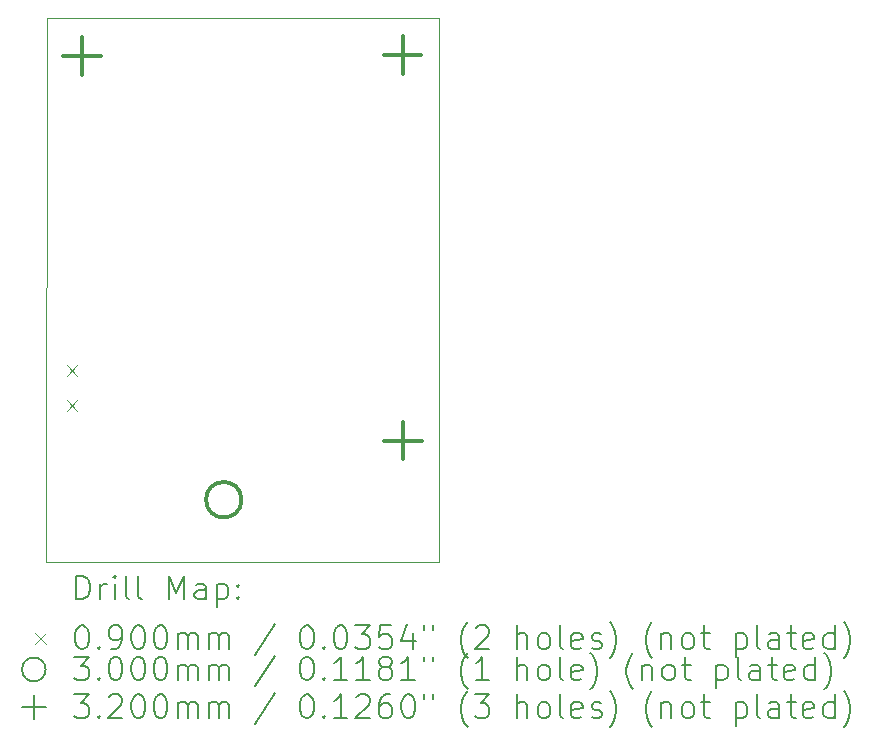
<source format=gbr>
%TF.GenerationSoftware,KiCad,Pcbnew,7.0.10-7.0.10~ubuntu22.04.1*%
%TF.CreationDate,2024-01-30T00:04:13+01:00*%
%TF.ProjectId,MailBox_LP_Notifier,4d61696c-426f-4785-9f4c-505f4e6f7469,rev?*%
%TF.SameCoordinates,Original*%
%TF.FileFunction,Drillmap*%
%TF.FilePolarity,Positive*%
%FSLAX45Y45*%
G04 Gerber Fmt 4.5, Leading zero omitted, Abs format (unit mm)*
G04 Created by KiCad (PCBNEW 7.0.10-7.0.10~ubuntu22.04.1) date 2024-01-30 00:04:13*
%MOMM*%
%LPD*%
G01*
G04 APERTURE LIST*
%ADD10C,0.100000*%
%ADD11C,0.200000*%
%ADD12C,0.300000*%
%ADD13C,0.320000*%
G04 APERTURE END LIST*
D10*
X11772900Y-10147300D02*
X11777980Y-5542280D01*
X15095220Y-5542280D02*
X15097760Y-10147300D01*
X11777980Y-5542280D02*
X15095220Y-5542280D01*
X15097760Y-10147300D02*
X11772900Y-10147300D01*
D11*
D10*
X11945600Y-8479100D02*
X12035600Y-8569100D01*
X12035600Y-8479100D02*
X11945600Y-8569100D01*
X11945600Y-8779100D02*
X12035600Y-8869100D01*
X12035600Y-8779100D02*
X11945600Y-8869100D01*
D12*
X13426580Y-9619180D02*
G75*
G03*
X13126580Y-9619180I-150000J0D01*
G01*
X13126580Y-9619180D02*
G75*
G03*
X13426580Y-9619180I150000J0D01*
G01*
D13*
X12075160Y-5702320D02*
X12075160Y-6022320D01*
X11915160Y-5862320D02*
X12235160Y-5862320D01*
X14790420Y-5692160D02*
X14790420Y-6012160D01*
X14630420Y-5852160D02*
X14950420Y-5852160D01*
X14795500Y-8958600D02*
X14795500Y-9278600D01*
X14635500Y-9118600D02*
X14955500Y-9118600D01*
D11*
X12028677Y-10463784D02*
X12028677Y-10263784D01*
X12028677Y-10263784D02*
X12076296Y-10263784D01*
X12076296Y-10263784D02*
X12104867Y-10273308D01*
X12104867Y-10273308D02*
X12123915Y-10292355D01*
X12123915Y-10292355D02*
X12133439Y-10311403D01*
X12133439Y-10311403D02*
X12142962Y-10349498D01*
X12142962Y-10349498D02*
X12142962Y-10378070D01*
X12142962Y-10378070D02*
X12133439Y-10416165D01*
X12133439Y-10416165D02*
X12123915Y-10435212D01*
X12123915Y-10435212D02*
X12104867Y-10454260D01*
X12104867Y-10454260D02*
X12076296Y-10463784D01*
X12076296Y-10463784D02*
X12028677Y-10463784D01*
X12228677Y-10463784D02*
X12228677Y-10330450D01*
X12228677Y-10368546D02*
X12238201Y-10349498D01*
X12238201Y-10349498D02*
X12247724Y-10339974D01*
X12247724Y-10339974D02*
X12266772Y-10330450D01*
X12266772Y-10330450D02*
X12285820Y-10330450D01*
X12352486Y-10463784D02*
X12352486Y-10330450D01*
X12352486Y-10263784D02*
X12342962Y-10273308D01*
X12342962Y-10273308D02*
X12352486Y-10282831D01*
X12352486Y-10282831D02*
X12362010Y-10273308D01*
X12362010Y-10273308D02*
X12352486Y-10263784D01*
X12352486Y-10263784D02*
X12352486Y-10282831D01*
X12476296Y-10463784D02*
X12457248Y-10454260D01*
X12457248Y-10454260D02*
X12447724Y-10435212D01*
X12447724Y-10435212D02*
X12447724Y-10263784D01*
X12581058Y-10463784D02*
X12562010Y-10454260D01*
X12562010Y-10454260D02*
X12552486Y-10435212D01*
X12552486Y-10435212D02*
X12552486Y-10263784D01*
X12809629Y-10463784D02*
X12809629Y-10263784D01*
X12809629Y-10263784D02*
X12876296Y-10406641D01*
X12876296Y-10406641D02*
X12942962Y-10263784D01*
X12942962Y-10263784D02*
X12942962Y-10463784D01*
X13123915Y-10463784D02*
X13123915Y-10359022D01*
X13123915Y-10359022D02*
X13114391Y-10339974D01*
X13114391Y-10339974D02*
X13095343Y-10330450D01*
X13095343Y-10330450D02*
X13057248Y-10330450D01*
X13057248Y-10330450D02*
X13038201Y-10339974D01*
X13123915Y-10454260D02*
X13104867Y-10463784D01*
X13104867Y-10463784D02*
X13057248Y-10463784D01*
X13057248Y-10463784D02*
X13038201Y-10454260D01*
X13038201Y-10454260D02*
X13028677Y-10435212D01*
X13028677Y-10435212D02*
X13028677Y-10416165D01*
X13028677Y-10416165D02*
X13038201Y-10397117D01*
X13038201Y-10397117D02*
X13057248Y-10387593D01*
X13057248Y-10387593D02*
X13104867Y-10387593D01*
X13104867Y-10387593D02*
X13123915Y-10378070D01*
X13219153Y-10330450D02*
X13219153Y-10530450D01*
X13219153Y-10339974D02*
X13238201Y-10330450D01*
X13238201Y-10330450D02*
X13276296Y-10330450D01*
X13276296Y-10330450D02*
X13295343Y-10339974D01*
X13295343Y-10339974D02*
X13304867Y-10349498D01*
X13304867Y-10349498D02*
X13314391Y-10368546D01*
X13314391Y-10368546D02*
X13314391Y-10425689D01*
X13314391Y-10425689D02*
X13304867Y-10444736D01*
X13304867Y-10444736D02*
X13295343Y-10454260D01*
X13295343Y-10454260D02*
X13276296Y-10463784D01*
X13276296Y-10463784D02*
X13238201Y-10463784D01*
X13238201Y-10463784D02*
X13219153Y-10454260D01*
X13400105Y-10444736D02*
X13409629Y-10454260D01*
X13409629Y-10454260D02*
X13400105Y-10463784D01*
X13400105Y-10463784D02*
X13390582Y-10454260D01*
X13390582Y-10454260D02*
X13400105Y-10444736D01*
X13400105Y-10444736D02*
X13400105Y-10463784D01*
X13400105Y-10339974D02*
X13409629Y-10349498D01*
X13409629Y-10349498D02*
X13400105Y-10359022D01*
X13400105Y-10359022D02*
X13390582Y-10349498D01*
X13390582Y-10349498D02*
X13400105Y-10339974D01*
X13400105Y-10339974D02*
X13400105Y-10359022D01*
D10*
X11677900Y-10747300D02*
X11767900Y-10837300D01*
X11767900Y-10747300D02*
X11677900Y-10837300D01*
D11*
X12066772Y-10683784D02*
X12085820Y-10683784D01*
X12085820Y-10683784D02*
X12104867Y-10693308D01*
X12104867Y-10693308D02*
X12114391Y-10702831D01*
X12114391Y-10702831D02*
X12123915Y-10721879D01*
X12123915Y-10721879D02*
X12133439Y-10759974D01*
X12133439Y-10759974D02*
X12133439Y-10807593D01*
X12133439Y-10807593D02*
X12123915Y-10845689D01*
X12123915Y-10845689D02*
X12114391Y-10864736D01*
X12114391Y-10864736D02*
X12104867Y-10874260D01*
X12104867Y-10874260D02*
X12085820Y-10883784D01*
X12085820Y-10883784D02*
X12066772Y-10883784D01*
X12066772Y-10883784D02*
X12047724Y-10874260D01*
X12047724Y-10874260D02*
X12038201Y-10864736D01*
X12038201Y-10864736D02*
X12028677Y-10845689D01*
X12028677Y-10845689D02*
X12019153Y-10807593D01*
X12019153Y-10807593D02*
X12019153Y-10759974D01*
X12019153Y-10759974D02*
X12028677Y-10721879D01*
X12028677Y-10721879D02*
X12038201Y-10702831D01*
X12038201Y-10702831D02*
X12047724Y-10693308D01*
X12047724Y-10693308D02*
X12066772Y-10683784D01*
X12219153Y-10864736D02*
X12228677Y-10874260D01*
X12228677Y-10874260D02*
X12219153Y-10883784D01*
X12219153Y-10883784D02*
X12209629Y-10874260D01*
X12209629Y-10874260D02*
X12219153Y-10864736D01*
X12219153Y-10864736D02*
X12219153Y-10883784D01*
X12323915Y-10883784D02*
X12362010Y-10883784D01*
X12362010Y-10883784D02*
X12381058Y-10874260D01*
X12381058Y-10874260D02*
X12390582Y-10864736D01*
X12390582Y-10864736D02*
X12409629Y-10836165D01*
X12409629Y-10836165D02*
X12419153Y-10798070D01*
X12419153Y-10798070D02*
X12419153Y-10721879D01*
X12419153Y-10721879D02*
X12409629Y-10702831D01*
X12409629Y-10702831D02*
X12400105Y-10693308D01*
X12400105Y-10693308D02*
X12381058Y-10683784D01*
X12381058Y-10683784D02*
X12342962Y-10683784D01*
X12342962Y-10683784D02*
X12323915Y-10693308D01*
X12323915Y-10693308D02*
X12314391Y-10702831D01*
X12314391Y-10702831D02*
X12304867Y-10721879D01*
X12304867Y-10721879D02*
X12304867Y-10769498D01*
X12304867Y-10769498D02*
X12314391Y-10788546D01*
X12314391Y-10788546D02*
X12323915Y-10798070D01*
X12323915Y-10798070D02*
X12342962Y-10807593D01*
X12342962Y-10807593D02*
X12381058Y-10807593D01*
X12381058Y-10807593D02*
X12400105Y-10798070D01*
X12400105Y-10798070D02*
X12409629Y-10788546D01*
X12409629Y-10788546D02*
X12419153Y-10769498D01*
X12542962Y-10683784D02*
X12562010Y-10683784D01*
X12562010Y-10683784D02*
X12581058Y-10693308D01*
X12581058Y-10693308D02*
X12590582Y-10702831D01*
X12590582Y-10702831D02*
X12600105Y-10721879D01*
X12600105Y-10721879D02*
X12609629Y-10759974D01*
X12609629Y-10759974D02*
X12609629Y-10807593D01*
X12609629Y-10807593D02*
X12600105Y-10845689D01*
X12600105Y-10845689D02*
X12590582Y-10864736D01*
X12590582Y-10864736D02*
X12581058Y-10874260D01*
X12581058Y-10874260D02*
X12562010Y-10883784D01*
X12562010Y-10883784D02*
X12542962Y-10883784D01*
X12542962Y-10883784D02*
X12523915Y-10874260D01*
X12523915Y-10874260D02*
X12514391Y-10864736D01*
X12514391Y-10864736D02*
X12504867Y-10845689D01*
X12504867Y-10845689D02*
X12495343Y-10807593D01*
X12495343Y-10807593D02*
X12495343Y-10759974D01*
X12495343Y-10759974D02*
X12504867Y-10721879D01*
X12504867Y-10721879D02*
X12514391Y-10702831D01*
X12514391Y-10702831D02*
X12523915Y-10693308D01*
X12523915Y-10693308D02*
X12542962Y-10683784D01*
X12733439Y-10683784D02*
X12752486Y-10683784D01*
X12752486Y-10683784D02*
X12771534Y-10693308D01*
X12771534Y-10693308D02*
X12781058Y-10702831D01*
X12781058Y-10702831D02*
X12790582Y-10721879D01*
X12790582Y-10721879D02*
X12800105Y-10759974D01*
X12800105Y-10759974D02*
X12800105Y-10807593D01*
X12800105Y-10807593D02*
X12790582Y-10845689D01*
X12790582Y-10845689D02*
X12781058Y-10864736D01*
X12781058Y-10864736D02*
X12771534Y-10874260D01*
X12771534Y-10874260D02*
X12752486Y-10883784D01*
X12752486Y-10883784D02*
X12733439Y-10883784D01*
X12733439Y-10883784D02*
X12714391Y-10874260D01*
X12714391Y-10874260D02*
X12704867Y-10864736D01*
X12704867Y-10864736D02*
X12695343Y-10845689D01*
X12695343Y-10845689D02*
X12685820Y-10807593D01*
X12685820Y-10807593D02*
X12685820Y-10759974D01*
X12685820Y-10759974D02*
X12695343Y-10721879D01*
X12695343Y-10721879D02*
X12704867Y-10702831D01*
X12704867Y-10702831D02*
X12714391Y-10693308D01*
X12714391Y-10693308D02*
X12733439Y-10683784D01*
X12885820Y-10883784D02*
X12885820Y-10750450D01*
X12885820Y-10769498D02*
X12895343Y-10759974D01*
X12895343Y-10759974D02*
X12914391Y-10750450D01*
X12914391Y-10750450D02*
X12942963Y-10750450D01*
X12942963Y-10750450D02*
X12962010Y-10759974D01*
X12962010Y-10759974D02*
X12971534Y-10779022D01*
X12971534Y-10779022D02*
X12971534Y-10883784D01*
X12971534Y-10779022D02*
X12981058Y-10759974D01*
X12981058Y-10759974D02*
X13000105Y-10750450D01*
X13000105Y-10750450D02*
X13028677Y-10750450D01*
X13028677Y-10750450D02*
X13047724Y-10759974D01*
X13047724Y-10759974D02*
X13057248Y-10779022D01*
X13057248Y-10779022D02*
X13057248Y-10883784D01*
X13152486Y-10883784D02*
X13152486Y-10750450D01*
X13152486Y-10769498D02*
X13162010Y-10759974D01*
X13162010Y-10759974D02*
X13181058Y-10750450D01*
X13181058Y-10750450D02*
X13209629Y-10750450D01*
X13209629Y-10750450D02*
X13228677Y-10759974D01*
X13228677Y-10759974D02*
X13238201Y-10779022D01*
X13238201Y-10779022D02*
X13238201Y-10883784D01*
X13238201Y-10779022D02*
X13247724Y-10759974D01*
X13247724Y-10759974D02*
X13266772Y-10750450D01*
X13266772Y-10750450D02*
X13295343Y-10750450D01*
X13295343Y-10750450D02*
X13314391Y-10759974D01*
X13314391Y-10759974D02*
X13323915Y-10779022D01*
X13323915Y-10779022D02*
X13323915Y-10883784D01*
X13714391Y-10674260D02*
X13542963Y-10931403D01*
X13971534Y-10683784D02*
X13990582Y-10683784D01*
X13990582Y-10683784D02*
X14009629Y-10693308D01*
X14009629Y-10693308D02*
X14019153Y-10702831D01*
X14019153Y-10702831D02*
X14028677Y-10721879D01*
X14028677Y-10721879D02*
X14038201Y-10759974D01*
X14038201Y-10759974D02*
X14038201Y-10807593D01*
X14038201Y-10807593D02*
X14028677Y-10845689D01*
X14028677Y-10845689D02*
X14019153Y-10864736D01*
X14019153Y-10864736D02*
X14009629Y-10874260D01*
X14009629Y-10874260D02*
X13990582Y-10883784D01*
X13990582Y-10883784D02*
X13971534Y-10883784D01*
X13971534Y-10883784D02*
X13952486Y-10874260D01*
X13952486Y-10874260D02*
X13942963Y-10864736D01*
X13942963Y-10864736D02*
X13933439Y-10845689D01*
X13933439Y-10845689D02*
X13923915Y-10807593D01*
X13923915Y-10807593D02*
X13923915Y-10759974D01*
X13923915Y-10759974D02*
X13933439Y-10721879D01*
X13933439Y-10721879D02*
X13942963Y-10702831D01*
X13942963Y-10702831D02*
X13952486Y-10693308D01*
X13952486Y-10693308D02*
X13971534Y-10683784D01*
X14123915Y-10864736D02*
X14133439Y-10874260D01*
X14133439Y-10874260D02*
X14123915Y-10883784D01*
X14123915Y-10883784D02*
X14114391Y-10874260D01*
X14114391Y-10874260D02*
X14123915Y-10864736D01*
X14123915Y-10864736D02*
X14123915Y-10883784D01*
X14257248Y-10683784D02*
X14276296Y-10683784D01*
X14276296Y-10683784D02*
X14295344Y-10693308D01*
X14295344Y-10693308D02*
X14304867Y-10702831D01*
X14304867Y-10702831D02*
X14314391Y-10721879D01*
X14314391Y-10721879D02*
X14323915Y-10759974D01*
X14323915Y-10759974D02*
X14323915Y-10807593D01*
X14323915Y-10807593D02*
X14314391Y-10845689D01*
X14314391Y-10845689D02*
X14304867Y-10864736D01*
X14304867Y-10864736D02*
X14295344Y-10874260D01*
X14295344Y-10874260D02*
X14276296Y-10883784D01*
X14276296Y-10883784D02*
X14257248Y-10883784D01*
X14257248Y-10883784D02*
X14238201Y-10874260D01*
X14238201Y-10874260D02*
X14228677Y-10864736D01*
X14228677Y-10864736D02*
X14219153Y-10845689D01*
X14219153Y-10845689D02*
X14209629Y-10807593D01*
X14209629Y-10807593D02*
X14209629Y-10759974D01*
X14209629Y-10759974D02*
X14219153Y-10721879D01*
X14219153Y-10721879D02*
X14228677Y-10702831D01*
X14228677Y-10702831D02*
X14238201Y-10693308D01*
X14238201Y-10693308D02*
X14257248Y-10683784D01*
X14390582Y-10683784D02*
X14514391Y-10683784D01*
X14514391Y-10683784D02*
X14447725Y-10759974D01*
X14447725Y-10759974D02*
X14476296Y-10759974D01*
X14476296Y-10759974D02*
X14495344Y-10769498D01*
X14495344Y-10769498D02*
X14504867Y-10779022D01*
X14504867Y-10779022D02*
X14514391Y-10798070D01*
X14514391Y-10798070D02*
X14514391Y-10845689D01*
X14514391Y-10845689D02*
X14504867Y-10864736D01*
X14504867Y-10864736D02*
X14495344Y-10874260D01*
X14495344Y-10874260D02*
X14476296Y-10883784D01*
X14476296Y-10883784D02*
X14419153Y-10883784D01*
X14419153Y-10883784D02*
X14400106Y-10874260D01*
X14400106Y-10874260D02*
X14390582Y-10864736D01*
X14695344Y-10683784D02*
X14600106Y-10683784D01*
X14600106Y-10683784D02*
X14590582Y-10779022D01*
X14590582Y-10779022D02*
X14600106Y-10769498D01*
X14600106Y-10769498D02*
X14619153Y-10759974D01*
X14619153Y-10759974D02*
X14666772Y-10759974D01*
X14666772Y-10759974D02*
X14685820Y-10769498D01*
X14685820Y-10769498D02*
X14695344Y-10779022D01*
X14695344Y-10779022D02*
X14704867Y-10798070D01*
X14704867Y-10798070D02*
X14704867Y-10845689D01*
X14704867Y-10845689D02*
X14695344Y-10864736D01*
X14695344Y-10864736D02*
X14685820Y-10874260D01*
X14685820Y-10874260D02*
X14666772Y-10883784D01*
X14666772Y-10883784D02*
X14619153Y-10883784D01*
X14619153Y-10883784D02*
X14600106Y-10874260D01*
X14600106Y-10874260D02*
X14590582Y-10864736D01*
X14876296Y-10750450D02*
X14876296Y-10883784D01*
X14828677Y-10674260D02*
X14781058Y-10817117D01*
X14781058Y-10817117D02*
X14904867Y-10817117D01*
X14971534Y-10683784D02*
X14971534Y-10721879D01*
X15047725Y-10683784D02*
X15047725Y-10721879D01*
X15342963Y-10959974D02*
X15333439Y-10950450D01*
X15333439Y-10950450D02*
X15314391Y-10921879D01*
X15314391Y-10921879D02*
X15304868Y-10902831D01*
X15304868Y-10902831D02*
X15295344Y-10874260D01*
X15295344Y-10874260D02*
X15285820Y-10826641D01*
X15285820Y-10826641D02*
X15285820Y-10788546D01*
X15285820Y-10788546D02*
X15295344Y-10740927D01*
X15295344Y-10740927D02*
X15304868Y-10712355D01*
X15304868Y-10712355D02*
X15314391Y-10693308D01*
X15314391Y-10693308D02*
X15333439Y-10664736D01*
X15333439Y-10664736D02*
X15342963Y-10655212D01*
X15409629Y-10702831D02*
X15419153Y-10693308D01*
X15419153Y-10693308D02*
X15438201Y-10683784D01*
X15438201Y-10683784D02*
X15485820Y-10683784D01*
X15485820Y-10683784D02*
X15504868Y-10693308D01*
X15504868Y-10693308D02*
X15514391Y-10702831D01*
X15514391Y-10702831D02*
X15523915Y-10721879D01*
X15523915Y-10721879D02*
X15523915Y-10740927D01*
X15523915Y-10740927D02*
X15514391Y-10769498D01*
X15514391Y-10769498D02*
X15400106Y-10883784D01*
X15400106Y-10883784D02*
X15523915Y-10883784D01*
X15762010Y-10883784D02*
X15762010Y-10683784D01*
X15847725Y-10883784D02*
X15847725Y-10779022D01*
X15847725Y-10779022D02*
X15838201Y-10759974D01*
X15838201Y-10759974D02*
X15819153Y-10750450D01*
X15819153Y-10750450D02*
X15790582Y-10750450D01*
X15790582Y-10750450D02*
X15771534Y-10759974D01*
X15771534Y-10759974D02*
X15762010Y-10769498D01*
X15971534Y-10883784D02*
X15952487Y-10874260D01*
X15952487Y-10874260D02*
X15942963Y-10864736D01*
X15942963Y-10864736D02*
X15933439Y-10845689D01*
X15933439Y-10845689D02*
X15933439Y-10788546D01*
X15933439Y-10788546D02*
X15942963Y-10769498D01*
X15942963Y-10769498D02*
X15952487Y-10759974D01*
X15952487Y-10759974D02*
X15971534Y-10750450D01*
X15971534Y-10750450D02*
X16000106Y-10750450D01*
X16000106Y-10750450D02*
X16019153Y-10759974D01*
X16019153Y-10759974D02*
X16028677Y-10769498D01*
X16028677Y-10769498D02*
X16038201Y-10788546D01*
X16038201Y-10788546D02*
X16038201Y-10845689D01*
X16038201Y-10845689D02*
X16028677Y-10864736D01*
X16028677Y-10864736D02*
X16019153Y-10874260D01*
X16019153Y-10874260D02*
X16000106Y-10883784D01*
X16000106Y-10883784D02*
X15971534Y-10883784D01*
X16152487Y-10883784D02*
X16133439Y-10874260D01*
X16133439Y-10874260D02*
X16123915Y-10855212D01*
X16123915Y-10855212D02*
X16123915Y-10683784D01*
X16304868Y-10874260D02*
X16285820Y-10883784D01*
X16285820Y-10883784D02*
X16247725Y-10883784D01*
X16247725Y-10883784D02*
X16228677Y-10874260D01*
X16228677Y-10874260D02*
X16219153Y-10855212D01*
X16219153Y-10855212D02*
X16219153Y-10779022D01*
X16219153Y-10779022D02*
X16228677Y-10759974D01*
X16228677Y-10759974D02*
X16247725Y-10750450D01*
X16247725Y-10750450D02*
X16285820Y-10750450D01*
X16285820Y-10750450D02*
X16304868Y-10759974D01*
X16304868Y-10759974D02*
X16314391Y-10779022D01*
X16314391Y-10779022D02*
X16314391Y-10798070D01*
X16314391Y-10798070D02*
X16219153Y-10817117D01*
X16390582Y-10874260D02*
X16409630Y-10883784D01*
X16409630Y-10883784D02*
X16447725Y-10883784D01*
X16447725Y-10883784D02*
X16466772Y-10874260D01*
X16466772Y-10874260D02*
X16476296Y-10855212D01*
X16476296Y-10855212D02*
X16476296Y-10845689D01*
X16476296Y-10845689D02*
X16466772Y-10826641D01*
X16466772Y-10826641D02*
X16447725Y-10817117D01*
X16447725Y-10817117D02*
X16419153Y-10817117D01*
X16419153Y-10817117D02*
X16400106Y-10807593D01*
X16400106Y-10807593D02*
X16390582Y-10788546D01*
X16390582Y-10788546D02*
X16390582Y-10779022D01*
X16390582Y-10779022D02*
X16400106Y-10759974D01*
X16400106Y-10759974D02*
X16419153Y-10750450D01*
X16419153Y-10750450D02*
X16447725Y-10750450D01*
X16447725Y-10750450D02*
X16466772Y-10759974D01*
X16542963Y-10959974D02*
X16552487Y-10950450D01*
X16552487Y-10950450D02*
X16571534Y-10921879D01*
X16571534Y-10921879D02*
X16581058Y-10902831D01*
X16581058Y-10902831D02*
X16590582Y-10874260D01*
X16590582Y-10874260D02*
X16600106Y-10826641D01*
X16600106Y-10826641D02*
X16600106Y-10788546D01*
X16600106Y-10788546D02*
X16590582Y-10740927D01*
X16590582Y-10740927D02*
X16581058Y-10712355D01*
X16581058Y-10712355D02*
X16571534Y-10693308D01*
X16571534Y-10693308D02*
X16552487Y-10664736D01*
X16552487Y-10664736D02*
X16542963Y-10655212D01*
X16904868Y-10959974D02*
X16895344Y-10950450D01*
X16895344Y-10950450D02*
X16876296Y-10921879D01*
X16876296Y-10921879D02*
X16866773Y-10902831D01*
X16866773Y-10902831D02*
X16857249Y-10874260D01*
X16857249Y-10874260D02*
X16847725Y-10826641D01*
X16847725Y-10826641D02*
X16847725Y-10788546D01*
X16847725Y-10788546D02*
X16857249Y-10740927D01*
X16857249Y-10740927D02*
X16866773Y-10712355D01*
X16866773Y-10712355D02*
X16876296Y-10693308D01*
X16876296Y-10693308D02*
X16895344Y-10664736D01*
X16895344Y-10664736D02*
X16904868Y-10655212D01*
X16981058Y-10750450D02*
X16981058Y-10883784D01*
X16981058Y-10769498D02*
X16990582Y-10759974D01*
X16990582Y-10759974D02*
X17009630Y-10750450D01*
X17009630Y-10750450D02*
X17038201Y-10750450D01*
X17038201Y-10750450D02*
X17057249Y-10759974D01*
X17057249Y-10759974D02*
X17066773Y-10779022D01*
X17066773Y-10779022D02*
X17066773Y-10883784D01*
X17190582Y-10883784D02*
X17171534Y-10874260D01*
X17171534Y-10874260D02*
X17162011Y-10864736D01*
X17162011Y-10864736D02*
X17152487Y-10845689D01*
X17152487Y-10845689D02*
X17152487Y-10788546D01*
X17152487Y-10788546D02*
X17162011Y-10769498D01*
X17162011Y-10769498D02*
X17171534Y-10759974D01*
X17171534Y-10759974D02*
X17190582Y-10750450D01*
X17190582Y-10750450D02*
X17219154Y-10750450D01*
X17219154Y-10750450D02*
X17238201Y-10759974D01*
X17238201Y-10759974D02*
X17247725Y-10769498D01*
X17247725Y-10769498D02*
X17257249Y-10788546D01*
X17257249Y-10788546D02*
X17257249Y-10845689D01*
X17257249Y-10845689D02*
X17247725Y-10864736D01*
X17247725Y-10864736D02*
X17238201Y-10874260D01*
X17238201Y-10874260D02*
X17219154Y-10883784D01*
X17219154Y-10883784D02*
X17190582Y-10883784D01*
X17314392Y-10750450D02*
X17390582Y-10750450D01*
X17342963Y-10683784D02*
X17342963Y-10855212D01*
X17342963Y-10855212D02*
X17352487Y-10874260D01*
X17352487Y-10874260D02*
X17371534Y-10883784D01*
X17371534Y-10883784D02*
X17390582Y-10883784D01*
X17609630Y-10750450D02*
X17609630Y-10950450D01*
X17609630Y-10759974D02*
X17628677Y-10750450D01*
X17628677Y-10750450D02*
X17666773Y-10750450D01*
X17666773Y-10750450D02*
X17685820Y-10759974D01*
X17685820Y-10759974D02*
X17695344Y-10769498D01*
X17695344Y-10769498D02*
X17704868Y-10788546D01*
X17704868Y-10788546D02*
X17704868Y-10845689D01*
X17704868Y-10845689D02*
X17695344Y-10864736D01*
X17695344Y-10864736D02*
X17685820Y-10874260D01*
X17685820Y-10874260D02*
X17666773Y-10883784D01*
X17666773Y-10883784D02*
X17628677Y-10883784D01*
X17628677Y-10883784D02*
X17609630Y-10874260D01*
X17819154Y-10883784D02*
X17800106Y-10874260D01*
X17800106Y-10874260D02*
X17790582Y-10855212D01*
X17790582Y-10855212D02*
X17790582Y-10683784D01*
X17981058Y-10883784D02*
X17981058Y-10779022D01*
X17981058Y-10779022D02*
X17971535Y-10759974D01*
X17971535Y-10759974D02*
X17952487Y-10750450D01*
X17952487Y-10750450D02*
X17914392Y-10750450D01*
X17914392Y-10750450D02*
X17895344Y-10759974D01*
X17981058Y-10874260D02*
X17962011Y-10883784D01*
X17962011Y-10883784D02*
X17914392Y-10883784D01*
X17914392Y-10883784D02*
X17895344Y-10874260D01*
X17895344Y-10874260D02*
X17885820Y-10855212D01*
X17885820Y-10855212D02*
X17885820Y-10836165D01*
X17885820Y-10836165D02*
X17895344Y-10817117D01*
X17895344Y-10817117D02*
X17914392Y-10807593D01*
X17914392Y-10807593D02*
X17962011Y-10807593D01*
X17962011Y-10807593D02*
X17981058Y-10798070D01*
X18047725Y-10750450D02*
X18123915Y-10750450D01*
X18076296Y-10683784D02*
X18076296Y-10855212D01*
X18076296Y-10855212D02*
X18085820Y-10874260D01*
X18085820Y-10874260D02*
X18104868Y-10883784D01*
X18104868Y-10883784D02*
X18123915Y-10883784D01*
X18266773Y-10874260D02*
X18247725Y-10883784D01*
X18247725Y-10883784D02*
X18209630Y-10883784D01*
X18209630Y-10883784D02*
X18190582Y-10874260D01*
X18190582Y-10874260D02*
X18181058Y-10855212D01*
X18181058Y-10855212D02*
X18181058Y-10779022D01*
X18181058Y-10779022D02*
X18190582Y-10759974D01*
X18190582Y-10759974D02*
X18209630Y-10750450D01*
X18209630Y-10750450D02*
X18247725Y-10750450D01*
X18247725Y-10750450D02*
X18266773Y-10759974D01*
X18266773Y-10759974D02*
X18276296Y-10779022D01*
X18276296Y-10779022D02*
X18276296Y-10798070D01*
X18276296Y-10798070D02*
X18181058Y-10817117D01*
X18447725Y-10883784D02*
X18447725Y-10683784D01*
X18447725Y-10874260D02*
X18428677Y-10883784D01*
X18428677Y-10883784D02*
X18390582Y-10883784D01*
X18390582Y-10883784D02*
X18371535Y-10874260D01*
X18371535Y-10874260D02*
X18362011Y-10864736D01*
X18362011Y-10864736D02*
X18352487Y-10845689D01*
X18352487Y-10845689D02*
X18352487Y-10788546D01*
X18352487Y-10788546D02*
X18362011Y-10769498D01*
X18362011Y-10769498D02*
X18371535Y-10759974D01*
X18371535Y-10759974D02*
X18390582Y-10750450D01*
X18390582Y-10750450D02*
X18428677Y-10750450D01*
X18428677Y-10750450D02*
X18447725Y-10759974D01*
X18523916Y-10959974D02*
X18533439Y-10950450D01*
X18533439Y-10950450D02*
X18552487Y-10921879D01*
X18552487Y-10921879D02*
X18562011Y-10902831D01*
X18562011Y-10902831D02*
X18571535Y-10874260D01*
X18571535Y-10874260D02*
X18581058Y-10826641D01*
X18581058Y-10826641D02*
X18581058Y-10788546D01*
X18581058Y-10788546D02*
X18571535Y-10740927D01*
X18571535Y-10740927D02*
X18562011Y-10712355D01*
X18562011Y-10712355D02*
X18552487Y-10693308D01*
X18552487Y-10693308D02*
X18533439Y-10664736D01*
X18533439Y-10664736D02*
X18523916Y-10655212D01*
X11767900Y-11056300D02*
G75*
G03*
X11567900Y-11056300I-100000J0D01*
G01*
X11567900Y-11056300D02*
G75*
G03*
X11767900Y-11056300I100000J0D01*
G01*
X12009629Y-10947784D02*
X12133439Y-10947784D01*
X12133439Y-10947784D02*
X12066772Y-11023974D01*
X12066772Y-11023974D02*
X12095343Y-11023974D01*
X12095343Y-11023974D02*
X12114391Y-11033498D01*
X12114391Y-11033498D02*
X12123915Y-11043022D01*
X12123915Y-11043022D02*
X12133439Y-11062070D01*
X12133439Y-11062070D02*
X12133439Y-11109689D01*
X12133439Y-11109689D02*
X12123915Y-11128736D01*
X12123915Y-11128736D02*
X12114391Y-11138260D01*
X12114391Y-11138260D02*
X12095343Y-11147784D01*
X12095343Y-11147784D02*
X12038201Y-11147784D01*
X12038201Y-11147784D02*
X12019153Y-11138260D01*
X12019153Y-11138260D02*
X12009629Y-11128736D01*
X12219153Y-11128736D02*
X12228677Y-11138260D01*
X12228677Y-11138260D02*
X12219153Y-11147784D01*
X12219153Y-11147784D02*
X12209629Y-11138260D01*
X12209629Y-11138260D02*
X12219153Y-11128736D01*
X12219153Y-11128736D02*
X12219153Y-11147784D01*
X12352486Y-10947784D02*
X12371534Y-10947784D01*
X12371534Y-10947784D02*
X12390582Y-10957308D01*
X12390582Y-10957308D02*
X12400105Y-10966831D01*
X12400105Y-10966831D02*
X12409629Y-10985879D01*
X12409629Y-10985879D02*
X12419153Y-11023974D01*
X12419153Y-11023974D02*
X12419153Y-11071593D01*
X12419153Y-11071593D02*
X12409629Y-11109689D01*
X12409629Y-11109689D02*
X12400105Y-11128736D01*
X12400105Y-11128736D02*
X12390582Y-11138260D01*
X12390582Y-11138260D02*
X12371534Y-11147784D01*
X12371534Y-11147784D02*
X12352486Y-11147784D01*
X12352486Y-11147784D02*
X12333439Y-11138260D01*
X12333439Y-11138260D02*
X12323915Y-11128736D01*
X12323915Y-11128736D02*
X12314391Y-11109689D01*
X12314391Y-11109689D02*
X12304867Y-11071593D01*
X12304867Y-11071593D02*
X12304867Y-11023974D01*
X12304867Y-11023974D02*
X12314391Y-10985879D01*
X12314391Y-10985879D02*
X12323915Y-10966831D01*
X12323915Y-10966831D02*
X12333439Y-10957308D01*
X12333439Y-10957308D02*
X12352486Y-10947784D01*
X12542962Y-10947784D02*
X12562010Y-10947784D01*
X12562010Y-10947784D02*
X12581058Y-10957308D01*
X12581058Y-10957308D02*
X12590582Y-10966831D01*
X12590582Y-10966831D02*
X12600105Y-10985879D01*
X12600105Y-10985879D02*
X12609629Y-11023974D01*
X12609629Y-11023974D02*
X12609629Y-11071593D01*
X12609629Y-11071593D02*
X12600105Y-11109689D01*
X12600105Y-11109689D02*
X12590582Y-11128736D01*
X12590582Y-11128736D02*
X12581058Y-11138260D01*
X12581058Y-11138260D02*
X12562010Y-11147784D01*
X12562010Y-11147784D02*
X12542962Y-11147784D01*
X12542962Y-11147784D02*
X12523915Y-11138260D01*
X12523915Y-11138260D02*
X12514391Y-11128736D01*
X12514391Y-11128736D02*
X12504867Y-11109689D01*
X12504867Y-11109689D02*
X12495343Y-11071593D01*
X12495343Y-11071593D02*
X12495343Y-11023974D01*
X12495343Y-11023974D02*
X12504867Y-10985879D01*
X12504867Y-10985879D02*
X12514391Y-10966831D01*
X12514391Y-10966831D02*
X12523915Y-10957308D01*
X12523915Y-10957308D02*
X12542962Y-10947784D01*
X12733439Y-10947784D02*
X12752486Y-10947784D01*
X12752486Y-10947784D02*
X12771534Y-10957308D01*
X12771534Y-10957308D02*
X12781058Y-10966831D01*
X12781058Y-10966831D02*
X12790582Y-10985879D01*
X12790582Y-10985879D02*
X12800105Y-11023974D01*
X12800105Y-11023974D02*
X12800105Y-11071593D01*
X12800105Y-11071593D02*
X12790582Y-11109689D01*
X12790582Y-11109689D02*
X12781058Y-11128736D01*
X12781058Y-11128736D02*
X12771534Y-11138260D01*
X12771534Y-11138260D02*
X12752486Y-11147784D01*
X12752486Y-11147784D02*
X12733439Y-11147784D01*
X12733439Y-11147784D02*
X12714391Y-11138260D01*
X12714391Y-11138260D02*
X12704867Y-11128736D01*
X12704867Y-11128736D02*
X12695343Y-11109689D01*
X12695343Y-11109689D02*
X12685820Y-11071593D01*
X12685820Y-11071593D02*
X12685820Y-11023974D01*
X12685820Y-11023974D02*
X12695343Y-10985879D01*
X12695343Y-10985879D02*
X12704867Y-10966831D01*
X12704867Y-10966831D02*
X12714391Y-10957308D01*
X12714391Y-10957308D02*
X12733439Y-10947784D01*
X12885820Y-11147784D02*
X12885820Y-11014450D01*
X12885820Y-11033498D02*
X12895343Y-11023974D01*
X12895343Y-11023974D02*
X12914391Y-11014450D01*
X12914391Y-11014450D02*
X12942963Y-11014450D01*
X12942963Y-11014450D02*
X12962010Y-11023974D01*
X12962010Y-11023974D02*
X12971534Y-11043022D01*
X12971534Y-11043022D02*
X12971534Y-11147784D01*
X12971534Y-11043022D02*
X12981058Y-11023974D01*
X12981058Y-11023974D02*
X13000105Y-11014450D01*
X13000105Y-11014450D02*
X13028677Y-11014450D01*
X13028677Y-11014450D02*
X13047724Y-11023974D01*
X13047724Y-11023974D02*
X13057248Y-11043022D01*
X13057248Y-11043022D02*
X13057248Y-11147784D01*
X13152486Y-11147784D02*
X13152486Y-11014450D01*
X13152486Y-11033498D02*
X13162010Y-11023974D01*
X13162010Y-11023974D02*
X13181058Y-11014450D01*
X13181058Y-11014450D02*
X13209629Y-11014450D01*
X13209629Y-11014450D02*
X13228677Y-11023974D01*
X13228677Y-11023974D02*
X13238201Y-11043022D01*
X13238201Y-11043022D02*
X13238201Y-11147784D01*
X13238201Y-11043022D02*
X13247724Y-11023974D01*
X13247724Y-11023974D02*
X13266772Y-11014450D01*
X13266772Y-11014450D02*
X13295343Y-11014450D01*
X13295343Y-11014450D02*
X13314391Y-11023974D01*
X13314391Y-11023974D02*
X13323915Y-11043022D01*
X13323915Y-11043022D02*
X13323915Y-11147784D01*
X13714391Y-10938260D02*
X13542963Y-11195403D01*
X13971534Y-10947784D02*
X13990582Y-10947784D01*
X13990582Y-10947784D02*
X14009629Y-10957308D01*
X14009629Y-10957308D02*
X14019153Y-10966831D01*
X14019153Y-10966831D02*
X14028677Y-10985879D01*
X14028677Y-10985879D02*
X14038201Y-11023974D01*
X14038201Y-11023974D02*
X14038201Y-11071593D01*
X14038201Y-11071593D02*
X14028677Y-11109689D01*
X14028677Y-11109689D02*
X14019153Y-11128736D01*
X14019153Y-11128736D02*
X14009629Y-11138260D01*
X14009629Y-11138260D02*
X13990582Y-11147784D01*
X13990582Y-11147784D02*
X13971534Y-11147784D01*
X13971534Y-11147784D02*
X13952486Y-11138260D01*
X13952486Y-11138260D02*
X13942963Y-11128736D01*
X13942963Y-11128736D02*
X13933439Y-11109689D01*
X13933439Y-11109689D02*
X13923915Y-11071593D01*
X13923915Y-11071593D02*
X13923915Y-11023974D01*
X13923915Y-11023974D02*
X13933439Y-10985879D01*
X13933439Y-10985879D02*
X13942963Y-10966831D01*
X13942963Y-10966831D02*
X13952486Y-10957308D01*
X13952486Y-10957308D02*
X13971534Y-10947784D01*
X14123915Y-11128736D02*
X14133439Y-11138260D01*
X14133439Y-11138260D02*
X14123915Y-11147784D01*
X14123915Y-11147784D02*
X14114391Y-11138260D01*
X14114391Y-11138260D02*
X14123915Y-11128736D01*
X14123915Y-11128736D02*
X14123915Y-11147784D01*
X14323915Y-11147784D02*
X14209629Y-11147784D01*
X14266772Y-11147784D02*
X14266772Y-10947784D01*
X14266772Y-10947784D02*
X14247725Y-10976355D01*
X14247725Y-10976355D02*
X14228677Y-10995403D01*
X14228677Y-10995403D02*
X14209629Y-11004927D01*
X14514391Y-11147784D02*
X14400106Y-11147784D01*
X14457248Y-11147784D02*
X14457248Y-10947784D01*
X14457248Y-10947784D02*
X14438201Y-10976355D01*
X14438201Y-10976355D02*
X14419153Y-10995403D01*
X14419153Y-10995403D02*
X14400106Y-11004927D01*
X14628677Y-11033498D02*
X14609629Y-11023974D01*
X14609629Y-11023974D02*
X14600106Y-11014450D01*
X14600106Y-11014450D02*
X14590582Y-10995403D01*
X14590582Y-10995403D02*
X14590582Y-10985879D01*
X14590582Y-10985879D02*
X14600106Y-10966831D01*
X14600106Y-10966831D02*
X14609629Y-10957308D01*
X14609629Y-10957308D02*
X14628677Y-10947784D01*
X14628677Y-10947784D02*
X14666772Y-10947784D01*
X14666772Y-10947784D02*
X14685820Y-10957308D01*
X14685820Y-10957308D02*
X14695344Y-10966831D01*
X14695344Y-10966831D02*
X14704867Y-10985879D01*
X14704867Y-10985879D02*
X14704867Y-10995403D01*
X14704867Y-10995403D02*
X14695344Y-11014450D01*
X14695344Y-11014450D02*
X14685820Y-11023974D01*
X14685820Y-11023974D02*
X14666772Y-11033498D01*
X14666772Y-11033498D02*
X14628677Y-11033498D01*
X14628677Y-11033498D02*
X14609629Y-11043022D01*
X14609629Y-11043022D02*
X14600106Y-11052546D01*
X14600106Y-11052546D02*
X14590582Y-11071593D01*
X14590582Y-11071593D02*
X14590582Y-11109689D01*
X14590582Y-11109689D02*
X14600106Y-11128736D01*
X14600106Y-11128736D02*
X14609629Y-11138260D01*
X14609629Y-11138260D02*
X14628677Y-11147784D01*
X14628677Y-11147784D02*
X14666772Y-11147784D01*
X14666772Y-11147784D02*
X14685820Y-11138260D01*
X14685820Y-11138260D02*
X14695344Y-11128736D01*
X14695344Y-11128736D02*
X14704867Y-11109689D01*
X14704867Y-11109689D02*
X14704867Y-11071593D01*
X14704867Y-11071593D02*
X14695344Y-11052546D01*
X14695344Y-11052546D02*
X14685820Y-11043022D01*
X14685820Y-11043022D02*
X14666772Y-11033498D01*
X14895344Y-11147784D02*
X14781058Y-11147784D01*
X14838201Y-11147784D02*
X14838201Y-10947784D01*
X14838201Y-10947784D02*
X14819153Y-10976355D01*
X14819153Y-10976355D02*
X14800106Y-10995403D01*
X14800106Y-10995403D02*
X14781058Y-11004927D01*
X14971534Y-10947784D02*
X14971534Y-10985879D01*
X15047725Y-10947784D02*
X15047725Y-10985879D01*
X15342963Y-11223974D02*
X15333439Y-11214450D01*
X15333439Y-11214450D02*
X15314391Y-11185879D01*
X15314391Y-11185879D02*
X15304868Y-11166831D01*
X15304868Y-11166831D02*
X15295344Y-11138260D01*
X15295344Y-11138260D02*
X15285820Y-11090641D01*
X15285820Y-11090641D02*
X15285820Y-11052546D01*
X15285820Y-11052546D02*
X15295344Y-11004927D01*
X15295344Y-11004927D02*
X15304868Y-10976355D01*
X15304868Y-10976355D02*
X15314391Y-10957308D01*
X15314391Y-10957308D02*
X15333439Y-10928736D01*
X15333439Y-10928736D02*
X15342963Y-10919212D01*
X15523915Y-11147784D02*
X15409629Y-11147784D01*
X15466772Y-11147784D02*
X15466772Y-10947784D01*
X15466772Y-10947784D02*
X15447725Y-10976355D01*
X15447725Y-10976355D02*
X15428677Y-10995403D01*
X15428677Y-10995403D02*
X15409629Y-11004927D01*
X15762010Y-11147784D02*
X15762010Y-10947784D01*
X15847725Y-11147784D02*
X15847725Y-11043022D01*
X15847725Y-11043022D02*
X15838201Y-11023974D01*
X15838201Y-11023974D02*
X15819153Y-11014450D01*
X15819153Y-11014450D02*
X15790582Y-11014450D01*
X15790582Y-11014450D02*
X15771534Y-11023974D01*
X15771534Y-11023974D02*
X15762010Y-11033498D01*
X15971534Y-11147784D02*
X15952487Y-11138260D01*
X15952487Y-11138260D02*
X15942963Y-11128736D01*
X15942963Y-11128736D02*
X15933439Y-11109689D01*
X15933439Y-11109689D02*
X15933439Y-11052546D01*
X15933439Y-11052546D02*
X15942963Y-11033498D01*
X15942963Y-11033498D02*
X15952487Y-11023974D01*
X15952487Y-11023974D02*
X15971534Y-11014450D01*
X15971534Y-11014450D02*
X16000106Y-11014450D01*
X16000106Y-11014450D02*
X16019153Y-11023974D01*
X16019153Y-11023974D02*
X16028677Y-11033498D01*
X16028677Y-11033498D02*
X16038201Y-11052546D01*
X16038201Y-11052546D02*
X16038201Y-11109689D01*
X16038201Y-11109689D02*
X16028677Y-11128736D01*
X16028677Y-11128736D02*
X16019153Y-11138260D01*
X16019153Y-11138260D02*
X16000106Y-11147784D01*
X16000106Y-11147784D02*
X15971534Y-11147784D01*
X16152487Y-11147784D02*
X16133439Y-11138260D01*
X16133439Y-11138260D02*
X16123915Y-11119212D01*
X16123915Y-11119212D02*
X16123915Y-10947784D01*
X16304868Y-11138260D02*
X16285820Y-11147784D01*
X16285820Y-11147784D02*
X16247725Y-11147784D01*
X16247725Y-11147784D02*
X16228677Y-11138260D01*
X16228677Y-11138260D02*
X16219153Y-11119212D01*
X16219153Y-11119212D02*
X16219153Y-11043022D01*
X16219153Y-11043022D02*
X16228677Y-11023974D01*
X16228677Y-11023974D02*
X16247725Y-11014450D01*
X16247725Y-11014450D02*
X16285820Y-11014450D01*
X16285820Y-11014450D02*
X16304868Y-11023974D01*
X16304868Y-11023974D02*
X16314391Y-11043022D01*
X16314391Y-11043022D02*
X16314391Y-11062070D01*
X16314391Y-11062070D02*
X16219153Y-11081117D01*
X16381058Y-11223974D02*
X16390582Y-11214450D01*
X16390582Y-11214450D02*
X16409630Y-11185879D01*
X16409630Y-11185879D02*
X16419153Y-11166831D01*
X16419153Y-11166831D02*
X16428677Y-11138260D01*
X16428677Y-11138260D02*
X16438201Y-11090641D01*
X16438201Y-11090641D02*
X16438201Y-11052546D01*
X16438201Y-11052546D02*
X16428677Y-11004927D01*
X16428677Y-11004927D02*
X16419153Y-10976355D01*
X16419153Y-10976355D02*
X16409630Y-10957308D01*
X16409630Y-10957308D02*
X16390582Y-10928736D01*
X16390582Y-10928736D02*
X16381058Y-10919212D01*
X16742963Y-11223974D02*
X16733439Y-11214450D01*
X16733439Y-11214450D02*
X16714391Y-11185879D01*
X16714391Y-11185879D02*
X16704868Y-11166831D01*
X16704868Y-11166831D02*
X16695344Y-11138260D01*
X16695344Y-11138260D02*
X16685820Y-11090641D01*
X16685820Y-11090641D02*
X16685820Y-11052546D01*
X16685820Y-11052546D02*
X16695344Y-11004927D01*
X16695344Y-11004927D02*
X16704868Y-10976355D01*
X16704868Y-10976355D02*
X16714391Y-10957308D01*
X16714391Y-10957308D02*
X16733439Y-10928736D01*
X16733439Y-10928736D02*
X16742963Y-10919212D01*
X16819153Y-11014450D02*
X16819153Y-11147784D01*
X16819153Y-11033498D02*
X16828677Y-11023974D01*
X16828677Y-11023974D02*
X16847725Y-11014450D01*
X16847725Y-11014450D02*
X16876296Y-11014450D01*
X16876296Y-11014450D02*
X16895344Y-11023974D01*
X16895344Y-11023974D02*
X16904868Y-11043022D01*
X16904868Y-11043022D02*
X16904868Y-11147784D01*
X17028677Y-11147784D02*
X17009630Y-11138260D01*
X17009630Y-11138260D02*
X17000106Y-11128736D01*
X17000106Y-11128736D02*
X16990582Y-11109689D01*
X16990582Y-11109689D02*
X16990582Y-11052546D01*
X16990582Y-11052546D02*
X17000106Y-11033498D01*
X17000106Y-11033498D02*
X17009630Y-11023974D01*
X17009630Y-11023974D02*
X17028677Y-11014450D01*
X17028677Y-11014450D02*
X17057249Y-11014450D01*
X17057249Y-11014450D02*
X17076296Y-11023974D01*
X17076296Y-11023974D02*
X17085820Y-11033498D01*
X17085820Y-11033498D02*
X17095344Y-11052546D01*
X17095344Y-11052546D02*
X17095344Y-11109689D01*
X17095344Y-11109689D02*
X17085820Y-11128736D01*
X17085820Y-11128736D02*
X17076296Y-11138260D01*
X17076296Y-11138260D02*
X17057249Y-11147784D01*
X17057249Y-11147784D02*
X17028677Y-11147784D01*
X17152487Y-11014450D02*
X17228677Y-11014450D01*
X17181058Y-10947784D02*
X17181058Y-11119212D01*
X17181058Y-11119212D02*
X17190582Y-11138260D01*
X17190582Y-11138260D02*
X17209630Y-11147784D01*
X17209630Y-11147784D02*
X17228677Y-11147784D01*
X17447725Y-11014450D02*
X17447725Y-11214450D01*
X17447725Y-11023974D02*
X17466773Y-11014450D01*
X17466773Y-11014450D02*
X17504868Y-11014450D01*
X17504868Y-11014450D02*
X17523915Y-11023974D01*
X17523915Y-11023974D02*
X17533439Y-11033498D01*
X17533439Y-11033498D02*
X17542963Y-11052546D01*
X17542963Y-11052546D02*
X17542963Y-11109689D01*
X17542963Y-11109689D02*
X17533439Y-11128736D01*
X17533439Y-11128736D02*
X17523915Y-11138260D01*
X17523915Y-11138260D02*
X17504868Y-11147784D01*
X17504868Y-11147784D02*
X17466773Y-11147784D01*
X17466773Y-11147784D02*
X17447725Y-11138260D01*
X17657249Y-11147784D02*
X17638201Y-11138260D01*
X17638201Y-11138260D02*
X17628677Y-11119212D01*
X17628677Y-11119212D02*
X17628677Y-10947784D01*
X17819154Y-11147784D02*
X17819154Y-11043022D01*
X17819154Y-11043022D02*
X17809630Y-11023974D01*
X17809630Y-11023974D02*
X17790582Y-11014450D01*
X17790582Y-11014450D02*
X17752487Y-11014450D01*
X17752487Y-11014450D02*
X17733439Y-11023974D01*
X17819154Y-11138260D02*
X17800106Y-11147784D01*
X17800106Y-11147784D02*
X17752487Y-11147784D01*
X17752487Y-11147784D02*
X17733439Y-11138260D01*
X17733439Y-11138260D02*
X17723915Y-11119212D01*
X17723915Y-11119212D02*
X17723915Y-11100165D01*
X17723915Y-11100165D02*
X17733439Y-11081117D01*
X17733439Y-11081117D02*
X17752487Y-11071593D01*
X17752487Y-11071593D02*
X17800106Y-11071593D01*
X17800106Y-11071593D02*
X17819154Y-11062070D01*
X17885820Y-11014450D02*
X17962011Y-11014450D01*
X17914392Y-10947784D02*
X17914392Y-11119212D01*
X17914392Y-11119212D02*
X17923915Y-11138260D01*
X17923915Y-11138260D02*
X17942963Y-11147784D01*
X17942963Y-11147784D02*
X17962011Y-11147784D01*
X18104868Y-11138260D02*
X18085820Y-11147784D01*
X18085820Y-11147784D02*
X18047725Y-11147784D01*
X18047725Y-11147784D02*
X18028677Y-11138260D01*
X18028677Y-11138260D02*
X18019154Y-11119212D01*
X18019154Y-11119212D02*
X18019154Y-11043022D01*
X18019154Y-11043022D02*
X18028677Y-11023974D01*
X18028677Y-11023974D02*
X18047725Y-11014450D01*
X18047725Y-11014450D02*
X18085820Y-11014450D01*
X18085820Y-11014450D02*
X18104868Y-11023974D01*
X18104868Y-11023974D02*
X18114392Y-11043022D01*
X18114392Y-11043022D02*
X18114392Y-11062070D01*
X18114392Y-11062070D02*
X18019154Y-11081117D01*
X18285820Y-11147784D02*
X18285820Y-10947784D01*
X18285820Y-11138260D02*
X18266773Y-11147784D01*
X18266773Y-11147784D02*
X18228677Y-11147784D01*
X18228677Y-11147784D02*
X18209630Y-11138260D01*
X18209630Y-11138260D02*
X18200106Y-11128736D01*
X18200106Y-11128736D02*
X18190582Y-11109689D01*
X18190582Y-11109689D02*
X18190582Y-11052546D01*
X18190582Y-11052546D02*
X18200106Y-11033498D01*
X18200106Y-11033498D02*
X18209630Y-11023974D01*
X18209630Y-11023974D02*
X18228677Y-11014450D01*
X18228677Y-11014450D02*
X18266773Y-11014450D01*
X18266773Y-11014450D02*
X18285820Y-11023974D01*
X18362011Y-11223974D02*
X18371535Y-11214450D01*
X18371535Y-11214450D02*
X18390582Y-11185879D01*
X18390582Y-11185879D02*
X18400106Y-11166831D01*
X18400106Y-11166831D02*
X18409630Y-11138260D01*
X18409630Y-11138260D02*
X18419154Y-11090641D01*
X18419154Y-11090641D02*
X18419154Y-11052546D01*
X18419154Y-11052546D02*
X18409630Y-11004927D01*
X18409630Y-11004927D02*
X18400106Y-10976355D01*
X18400106Y-10976355D02*
X18390582Y-10957308D01*
X18390582Y-10957308D02*
X18371535Y-10928736D01*
X18371535Y-10928736D02*
X18362011Y-10919212D01*
X11667900Y-11276300D02*
X11667900Y-11476300D01*
X11567900Y-11376300D02*
X11767900Y-11376300D01*
X12009629Y-11267784D02*
X12133439Y-11267784D01*
X12133439Y-11267784D02*
X12066772Y-11343974D01*
X12066772Y-11343974D02*
X12095343Y-11343974D01*
X12095343Y-11343974D02*
X12114391Y-11353498D01*
X12114391Y-11353498D02*
X12123915Y-11363022D01*
X12123915Y-11363022D02*
X12133439Y-11382069D01*
X12133439Y-11382069D02*
X12133439Y-11429688D01*
X12133439Y-11429688D02*
X12123915Y-11448736D01*
X12123915Y-11448736D02*
X12114391Y-11458260D01*
X12114391Y-11458260D02*
X12095343Y-11467784D01*
X12095343Y-11467784D02*
X12038201Y-11467784D01*
X12038201Y-11467784D02*
X12019153Y-11458260D01*
X12019153Y-11458260D02*
X12009629Y-11448736D01*
X12219153Y-11448736D02*
X12228677Y-11458260D01*
X12228677Y-11458260D02*
X12219153Y-11467784D01*
X12219153Y-11467784D02*
X12209629Y-11458260D01*
X12209629Y-11458260D02*
X12219153Y-11448736D01*
X12219153Y-11448736D02*
X12219153Y-11467784D01*
X12304867Y-11286831D02*
X12314391Y-11277308D01*
X12314391Y-11277308D02*
X12333439Y-11267784D01*
X12333439Y-11267784D02*
X12381058Y-11267784D01*
X12381058Y-11267784D02*
X12400105Y-11277308D01*
X12400105Y-11277308D02*
X12409629Y-11286831D01*
X12409629Y-11286831D02*
X12419153Y-11305879D01*
X12419153Y-11305879D02*
X12419153Y-11324927D01*
X12419153Y-11324927D02*
X12409629Y-11353498D01*
X12409629Y-11353498D02*
X12295343Y-11467784D01*
X12295343Y-11467784D02*
X12419153Y-11467784D01*
X12542962Y-11267784D02*
X12562010Y-11267784D01*
X12562010Y-11267784D02*
X12581058Y-11277308D01*
X12581058Y-11277308D02*
X12590582Y-11286831D01*
X12590582Y-11286831D02*
X12600105Y-11305879D01*
X12600105Y-11305879D02*
X12609629Y-11343974D01*
X12609629Y-11343974D02*
X12609629Y-11391593D01*
X12609629Y-11391593D02*
X12600105Y-11429688D01*
X12600105Y-11429688D02*
X12590582Y-11448736D01*
X12590582Y-11448736D02*
X12581058Y-11458260D01*
X12581058Y-11458260D02*
X12562010Y-11467784D01*
X12562010Y-11467784D02*
X12542962Y-11467784D01*
X12542962Y-11467784D02*
X12523915Y-11458260D01*
X12523915Y-11458260D02*
X12514391Y-11448736D01*
X12514391Y-11448736D02*
X12504867Y-11429688D01*
X12504867Y-11429688D02*
X12495343Y-11391593D01*
X12495343Y-11391593D02*
X12495343Y-11343974D01*
X12495343Y-11343974D02*
X12504867Y-11305879D01*
X12504867Y-11305879D02*
X12514391Y-11286831D01*
X12514391Y-11286831D02*
X12523915Y-11277308D01*
X12523915Y-11277308D02*
X12542962Y-11267784D01*
X12733439Y-11267784D02*
X12752486Y-11267784D01*
X12752486Y-11267784D02*
X12771534Y-11277308D01*
X12771534Y-11277308D02*
X12781058Y-11286831D01*
X12781058Y-11286831D02*
X12790582Y-11305879D01*
X12790582Y-11305879D02*
X12800105Y-11343974D01*
X12800105Y-11343974D02*
X12800105Y-11391593D01*
X12800105Y-11391593D02*
X12790582Y-11429688D01*
X12790582Y-11429688D02*
X12781058Y-11448736D01*
X12781058Y-11448736D02*
X12771534Y-11458260D01*
X12771534Y-11458260D02*
X12752486Y-11467784D01*
X12752486Y-11467784D02*
X12733439Y-11467784D01*
X12733439Y-11467784D02*
X12714391Y-11458260D01*
X12714391Y-11458260D02*
X12704867Y-11448736D01*
X12704867Y-11448736D02*
X12695343Y-11429688D01*
X12695343Y-11429688D02*
X12685820Y-11391593D01*
X12685820Y-11391593D02*
X12685820Y-11343974D01*
X12685820Y-11343974D02*
X12695343Y-11305879D01*
X12695343Y-11305879D02*
X12704867Y-11286831D01*
X12704867Y-11286831D02*
X12714391Y-11277308D01*
X12714391Y-11277308D02*
X12733439Y-11267784D01*
X12885820Y-11467784D02*
X12885820Y-11334450D01*
X12885820Y-11353498D02*
X12895343Y-11343974D01*
X12895343Y-11343974D02*
X12914391Y-11334450D01*
X12914391Y-11334450D02*
X12942963Y-11334450D01*
X12942963Y-11334450D02*
X12962010Y-11343974D01*
X12962010Y-11343974D02*
X12971534Y-11363022D01*
X12971534Y-11363022D02*
X12971534Y-11467784D01*
X12971534Y-11363022D02*
X12981058Y-11343974D01*
X12981058Y-11343974D02*
X13000105Y-11334450D01*
X13000105Y-11334450D02*
X13028677Y-11334450D01*
X13028677Y-11334450D02*
X13047724Y-11343974D01*
X13047724Y-11343974D02*
X13057248Y-11363022D01*
X13057248Y-11363022D02*
X13057248Y-11467784D01*
X13152486Y-11467784D02*
X13152486Y-11334450D01*
X13152486Y-11353498D02*
X13162010Y-11343974D01*
X13162010Y-11343974D02*
X13181058Y-11334450D01*
X13181058Y-11334450D02*
X13209629Y-11334450D01*
X13209629Y-11334450D02*
X13228677Y-11343974D01*
X13228677Y-11343974D02*
X13238201Y-11363022D01*
X13238201Y-11363022D02*
X13238201Y-11467784D01*
X13238201Y-11363022D02*
X13247724Y-11343974D01*
X13247724Y-11343974D02*
X13266772Y-11334450D01*
X13266772Y-11334450D02*
X13295343Y-11334450D01*
X13295343Y-11334450D02*
X13314391Y-11343974D01*
X13314391Y-11343974D02*
X13323915Y-11363022D01*
X13323915Y-11363022D02*
X13323915Y-11467784D01*
X13714391Y-11258260D02*
X13542963Y-11515403D01*
X13971534Y-11267784D02*
X13990582Y-11267784D01*
X13990582Y-11267784D02*
X14009629Y-11277308D01*
X14009629Y-11277308D02*
X14019153Y-11286831D01*
X14019153Y-11286831D02*
X14028677Y-11305879D01*
X14028677Y-11305879D02*
X14038201Y-11343974D01*
X14038201Y-11343974D02*
X14038201Y-11391593D01*
X14038201Y-11391593D02*
X14028677Y-11429688D01*
X14028677Y-11429688D02*
X14019153Y-11448736D01*
X14019153Y-11448736D02*
X14009629Y-11458260D01*
X14009629Y-11458260D02*
X13990582Y-11467784D01*
X13990582Y-11467784D02*
X13971534Y-11467784D01*
X13971534Y-11467784D02*
X13952486Y-11458260D01*
X13952486Y-11458260D02*
X13942963Y-11448736D01*
X13942963Y-11448736D02*
X13933439Y-11429688D01*
X13933439Y-11429688D02*
X13923915Y-11391593D01*
X13923915Y-11391593D02*
X13923915Y-11343974D01*
X13923915Y-11343974D02*
X13933439Y-11305879D01*
X13933439Y-11305879D02*
X13942963Y-11286831D01*
X13942963Y-11286831D02*
X13952486Y-11277308D01*
X13952486Y-11277308D02*
X13971534Y-11267784D01*
X14123915Y-11448736D02*
X14133439Y-11458260D01*
X14133439Y-11458260D02*
X14123915Y-11467784D01*
X14123915Y-11467784D02*
X14114391Y-11458260D01*
X14114391Y-11458260D02*
X14123915Y-11448736D01*
X14123915Y-11448736D02*
X14123915Y-11467784D01*
X14323915Y-11467784D02*
X14209629Y-11467784D01*
X14266772Y-11467784D02*
X14266772Y-11267784D01*
X14266772Y-11267784D02*
X14247725Y-11296355D01*
X14247725Y-11296355D02*
X14228677Y-11315403D01*
X14228677Y-11315403D02*
X14209629Y-11324927D01*
X14400106Y-11286831D02*
X14409629Y-11277308D01*
X14409629Y-11277308D02*
X14428677Y-11267784D01*
X14428677Y-11267784D02*
X14476296Y-11267784D01*
X14476296Y-11267784D02*
X14495344Y-11277308D01*
X14495344Y-11277308D02*
X14504867Y-11286831D01*
X14504867Y-11286831D02*
X14514391Y-11305879D01*
X14514391Y-11305879D02*
X14514391Y-11324927D01*
X14514391Y-11324927D02*
X14504867Y-11353498D01*
X14504867Y-11353498D02*
X14390582Y-11467784D01*
X14390582Y-11467784D02*
X14514391Y-11467784D01*
X14685820Y-11267784D02*
X14647725Y-11267784D01*
X14647725Y-11267784D02*
X14628677Y-11277308D01*
X14628677Y-11277308D02*
X14619153Y-11286831D01*
X14619153Y-11286831D02*
X14600106Y-11315403D01*
X14600106Y-11315403D02*
X14590582Y-11353498D01*
X14590582Y-11353498D02*
X14590582Y-11429688D01*
X14590582Y-11429688D02*
X14600106Y-11448736D01*
X14600106Y-11448736D02*
X14609629Y-11458260D01*
X14609629Y-11458260D02*
X14628677Y-11467784D01*
X14628677Y-11467784D02*
X14666772Y-11467784D01*
X14666772Y-11467784D02*
X14685820Y-11458260D01*
X14685820Y-11458260D02*
X14695344Y-11448736D01*
X14695344Y-11448736D02*
X14704867Y-11429688D01*
X14704867Y-11429688D02*
X14704867Y-11382069D01*
X14704867Y-11382069D02*
X14695344Y-11363022D01*
X14695344Y-11363022D02*
X14685820Y-11353498D01*
X14685820Y-11353498D02*
X14666772Y-11343974D01*
X14666772Y-11343974D02*
X14628677Y-11343974D01*
X14628677Y-11343974D02*
X14609629Y-11353498D01*
X14609629Y-11353498D02*
X14600106Y-11363022D01*
X14600106Y-11363022D02*
X14590582Y-11382069D01*
X14828677Y-11267784D02*
X14847725Y-11267784D01*
X14847725Y-11267784D02*
X14866772Y-11277308D01*
X14866772Y-11277308D02*
X14876296Y-11286831D01*
X14876296Y-11286831D02*
X14885820Y-11305879D01*
X14885820Y-11305879D02*
X14895344Y-11343974D01*
X14895344Y-11343974D02*
X14895344Y-11391593D01*
X14895344Y-11391593D02*
X14885820Y-11429688D01*
X14885820Y-11429688D02*
X14876296Y-11448736D01*
X14876296Y-11448736D02*
X14866772Y-11458260D01*
X14866772Y-11458260D02*
X14847725Y-11467784D01*
X14847725Y-11467784D02*
X14828677Y-11467784D01*
X14828677Y-11467784D02*
X14809629Y-11458260D01*
X14809629Y-11458260D02*
X14800106Y-11448736D01*
X14800106Y-11448736D02*
X14790582Y-11429688D01*
X14790582Y-11429688D02*
X14781058Y-11391593D01*
X14781058Y-11391593D02*
X14781058Y-11343974D01*
X14781058Y-11343974D02*
X14790582Y-11305879D01*
X14790582Y-11305879D02*
X14800106Y-11286831D01*
X14800106Y-11286831D02*
X14809629Y-11277308D01*
X14809629Y-11277308D02*
X14828677Y-11267784D01*
X14971534Y-11267784D02*
X14971534Y-11305879D01*
X15047725Y-11267784D02*
X15047725Y-11305879D01*
X15342963Y-11543974D02*
X15333439Y-11534450D01*
X15333439Y-11534450D02*
X15314391Y-11505879D01*
X15314391Y-11505879D02*
X15304868Y-11486831D01*
X15304868Y-11486831D02*
X15295344Y-11458260D01*
X15295344Y-11458260D02*
X15285820Y-11410641D01*
X15285820Y-11410641D02*
X15285820Y-11372546D01*
X15285820Y-11372546D02*
X15295344Y-11324927D01*
X15295344Y-11324927D02*
X15304868Y-11296355D01*
X15304868Y-11296355D02*
X15314391Y-11277308D01*
X15314391Y-11277308D02*
X15333439Y-11248736D01*
X15333439Y-11248736D02*
X15342963Y-11239212D01*
X15400106Y-11267784D02*
X15523915Y-11267784D01*
X15523915Y-11267784D02*
X15457248Y-11343974D01*
X15457248Y-11343974D02*
X15485820Y-11343974D01*
X15485820Y-11343974D02*
X15504868Y-11353498D01*
X15504868Y-11353498D02*
X15514391Y-11363022D01*
X15514391Y-11363022D02*
X15523915Y-11382069D01*
X15523915Y-11382069D02*
X15523915Y-11429688D01*
X15523915Y-11429688D02*
X15514391Y-11448736D01*
X15514391Y-11448736D02*
X15504868Y-11458260D01*
X15504868Y-11458260D02*
X15485820Y-11467784D01*
X15485820Y-11467784D02*
X15428677Y-11467784D01*
X15428677Y-11467784D02*
X15409629Y-11458260D01*
X15409629Y-11458260D02*
X15400106Y-11448736D01*
X15762010Y-11467784D02*
X15762010Y-11267784D01*
X15847725Y-11467784D02*
X15847725Y-11363022D01*
X15847725Y-11363022D02*
X15838201Y-11343974D01*
X15838201Y-11343974D02*
X15819153Y-11334450D01*
X15819153Y-11334450D02*
X15790582Y-11334450D01*
X15790582Y-11334450D02*
X15771534Y-11343974D01*
X15771534Y-11343974D02*
X15762010Y-11353498D01*
X15971534Y-11467784D02*
X15952487Y-11458260D01*
X15952487Y-11458260D02*
X15942963Y-11448736D01*
X15942963Y-11448736D02*
X15933439Y-11429688D01*
X15933439Y-11429688D02*
X15933439Y-11372546D01*
X15933439Y-11372546D02*
X15942963Y-11353498D01*
X15942963Y-11353498D02*
X15952487Y-11343974D01*
X15952487Y-11343974D02*
X15971534Y-11334450D01*
X15971534Y-11334450D02*
X16000106Y-11334450D01*
X16000106Y-11334450D02*
X16019153Y-11343974D01*
X16019153Y-11343974D02*
X16028677Y-11353498D01*
X16028677Y-11353498D02*
X16038201Y-11372546D01*
X16038201Y-11372546D02*
X16038201Y-11429688D01*
X16038201Y-11429688D02*
X16028677Y-11448736D01*
X16028677Y-11448736D02*
X16019153Y-11458260D01*
X16019153Y-11458260D02*
X16000106Y-11467784D01*
X16000106Y-11467784D02*
X15971534Y-11467784D01*
X16152487Y-11467784D02*
X16133439Y-11458260D01*
X16133439Y-11458260D02*
X16123915Y-11439212D01*
X16123915Y-11439212D02*
X16123915Y-11267784D01*
X16304868Y-11458260D02*
X16285820Y-11467784D01*
X16285820Y-11467784D02*
X16247725Y-11467784D01*
X16247725Y-11467784D02*
X16228677Y-11458260D01*
X16228677Y-11458260D02*
X16219153Y-11439212D01*
X16219153Y-11439212D02*
X16219153Y-11363022D01*
X16219153Y-11363022D02*
X16228677Y-11343974D01*
X16228677Y-11343974D02*
X16247725Y-11334450D01*
X16247725Y-11334450D02*
X16285820Y-11334450D01*
X16285820Y-11334450D02*
X16304868Y-11343974D01*
X16304868Y-11343974D02*
X16314391Y-11363022D01*
X16314391Y-11363022D02*
X16314391Y-11382069D01*
X16314391Y-11382069D02*
X16219153Y-11401117D01*
X16390582Y-11458260D02*
X16409630Y-11467784D01*
X16409630Y-11467784D02*
X16447725Y-11467784D01*
X16447725Y-11467784D02*
X16466772Y-11458260D01*
X16466772Y-11458260D02*
X16476296Y-11439212D01*
X16476296Y-11439212D02*
X16476296Y-11429688D01*
X16476296Y-11429688D02*
X16466772Y-11410641D01*
X16466772Y-11410641D02*
X16447725Y-11401117D01*
X16447725Y-11401117D02*
X16419153Y-11401117D01*
X16419153Y-11401117D02*
X16400106Y-11391593D01*
X16400106Y-11391593D02*
X16390582Y-11372546D01*
X16390582Y-11372546D02*
X16390582Y-11363022D01*
X16390582Y-11363022D02*
X16400106Y-11343974D01*
X16400106Y-11343974D02*
X16419153Y-11334450D01*
X16419153Y-11334450D02*
X16447725Y-11334450D01*
X16447725Y-11334450D02*
X16466772Y-11343974D01*
X16542963Y-11543974D02*
X16552487Y-11534450D01*
X16552487Y-11534450D02*
X16571534Y-11505879D01*
X16571534Y-11505879D02*
X16581058Y-11486831D01*
X16581058Y-11486831D02*
X16590582Y-11458260D01*
X16590582Y-11458260D02*
X16600106Y-11410641D01*
X16600106Y-11410641D02*
X16600106Y-11372546D01*
X16600106Y-11372546D02*
X16590582Y-11324927D01*
X16590582Y-11324927D02*
X16581058Y-11296355D01*
X16581058Y-11296355D02*
X16571534Y-11277308D01*
X16571534Y-11277308D02*
X16552487Y-11248736D01*
X16552487Y-11248736D02*
X16542963Y-11239212D01*
X16904868Y-11543974D02*
X16895344Y-11534450D01*
X16895344Y-11534450D02*
X16876296Y-11505879D01*
X16876296Y-11505879D02*
X16866773Y-11486831D01*
X16866773Y-11486831D02*
X16857249Y-11458260D01*
X16857249Y-11458260D02*
X16847725Y-11410641D01*
X16847725Y-11410641D02*
X16847725Y-11372546D01*
X16847725Y-11372546D02*
X16857249Y-11324927D01*
X16857249Y-11324927D02*
X16866773Y-11296355D01*
X16866773Y-11296355D02*
X16876296Y-11277308D01*
X16876296Y-11277308D02*
X16895344Y-11248736D01*
X16895344Y-11248736D02*
X16904868Y-11239212D01*
X16981058Y-11334450D02*
X16981058Y-11467784D01*
X16981058Y-11353498D02*
X16990582Y-11343974D01*
X16990582Y-11343974D02*
X17009630Y-11334450D01*
X17009630Y-11334450D02*
X17038201Y-11334450D01*
X17038201Y-11334450D02*
X17057249Y-11343974D01*
X17057249Y-11343974D02*
X17066773Y-11363022D01*
X17066773Y-11363022D02*
X17066773Y-11467784D01*
X17190582Y-11467784D02*
X17171534Y-11458260D01*
X17171534Y-11458260D02*
X17162011Y-11448736D01*
X17162011Y-11448736D02*
X17152487Y-11429688D01*
X17152487Y-11429688D02*
X17152487Y-11372546D01*
X17152487Y-11372546D02*
X17162011Y-11353498D01*
X17162011Y-11353498D02*
X17171534Y-11343974D01*
X17171534Y-11343974D02*
X17190582Y-11334450D01*
X17190582Y-11334450D02*
X17219154Y-11334450D01*
X17219154Y-11334450D02*
X17238201Y-11343974D01*
X17238201Y-11343974D02*
X17247725Y-11353498D01*
X17247725Y-11353498D02*
X17257249Y-11372546D01*
X17257249Y-11372546D02*
X17257249Y-11429688D01*
X17257249Y-11429688D02*
X17247725Y-11448736D01*
X17247725Y-11448736D02*
X17238201Y-11458260D01*
X17238201Y-11458260D02*
X17219154Y-11467784D01*
X17219154Y-11467784D02*
X17190582Y-11467784D01*
X17314392Y-11334450D02*
X17390582Y-11334450D01*
X17342963Y-11267784D02*
X17342963Y-11439212D01*
X17342963Y-11439212D02*
X17352487Y-11458260D01*
X17352487Y-11458260D02*
X17371534Y-11467784D01*
X17371534Y-11467784D02*
X17390582Y-11467784D01*
X17609630Y-11334450D02*
X17609630Y-11534450D01*
X17609630Y-11343974D02*
X17628677Y-11334450D01*
X17628677Y-11334450D02*
X17666773Y-11334450D01*
X17666773Y-11334450D02*
X17685820Y-11343974D01*
X17685820Y-11343974D02*
X17695344Y-11353498D01*
X17695344Y-11353498D02*
X17704868Y-11372546D01*
X17704868Y-11372546D02*
X17704868Y-11429688D01*
X17704868Y-11429688D02*
X17695344Y-11448736D01*
X17695344Y-11448736D02*
X17685820Y-11458260D01*
X17685820Y-11458260D02*
X17666773Y-11467784D01*
X17666773Y-11467784D02*
X17628677Y-11467784D01*
X17628677Y-11467784D02*
X17609630Y-11458260D01*
X17819154Y-11467784D02*
X17800106Y-11458260D01*
X17800106Y-11458260D02*
X17790582Y-11439212D01*
X17790582Y-11439212D02*
X17790582Y-11267784D01*
X17981058Y-11467784D02*
X17981058Y-11363022D01*
X17981058Y-11363022D02*
X17971535Y-11343974D01*
X17971535Y-11343974D02*
X17952487Y-11334450D01*
X17952487Y-11334450D02*
X17914392Y-11334450D01*
X17914392Y-11334450D02*
X17895344Y-11343974D01*
X17981058Y-11458260D02*
X17962011Y-11467784D01*
X17962011Y-11467784D02*
X17914392Y-11467784D01*
X17914392Y-11467784D02*
X17895344Y-11458260D01*
X17895344Y-11458260D02*
X17885820Y-11439212D01*
X17885820Y-11439212D02*
X17885820Y-11420165D01*
X17885820Y-11420165D02*
X17895344Y-11401117D01*
X17895344Y-11401117D02*
X17914392Y-11391593D01*
X17914392Y-11391593D02*
X17962011Y-11391593D01*
X17962011Y-11391593D02*
X17981058Y-11382069D01*
X18047725Y-11334450D02*
X18123915Y-11334450D01*
X18076296Y-11267784D02*
X18076296Y-11439212D01*
X18076296Y-11439212D02*
X18085820Y-11458260D01*
X18085820Y-11458260D02*
X18104868Y-11467784D01*
X18104868Y-11467784D02*
X18123915Y-11467784D01*
X18266773Y-11458260D02*
X18247725Y-11467784D01*
X18247725Y-11467784D02*
X18209630Y-11467784D01*
X18209630Y-11467784D02*
X18190582Y-11458260D01*
X18190582Y-11458260D02*
X18181058Y-11439212D01*
X18181058Y-11439212D02*
X18181058Y-11363022D01*
X18181058Y-11363022D02*
X18190582Y-11343974D01*
X18190582Y-11343974D02*
X18209630Y-11334450D01*
X18209630Y-11334450D02*
X18247725Y-11334450D01*
X18247725Y-11334450D02*
X18266773Y-11343974D01*
X18266773Y-11343974D02*
X18276296Y-11363022D01*
X18276296Y-11363022D02*
X18276296Y-11382069D01*
X18276296Y-11382069D02*
X18181058Y-11401117D01*
X18447725Y-11467784D02*
X18447725Y-11267784D01*
X18447725Y-11458260D02*
X18428677Y-11467784D01*
X18428677Y-11467784D02*
X18390582Y-11467784D01*
X18390582Y-11467784D02*
X18371535Y-11458260D01*
X18371535Y-11458260D02*
X18362011Y-11448736D01*
X18362011Y-11448736D02*
X18352487Y-11429688D01*
X18352487Y-11429688D02*
X18352487Y-11372546D01*
X18352487Y-11372546D02*
X18362011Y-11353498D01*
X18362011Y-11353498D02*
X18371535Y-11343974D01*
X18371535Y-11343974D02*
X18390582Y-11334450D01*
X18390582Y-11334450D02*
X18428677Y-11334450D01*
X18428677Y-11334450D02*
X18447725Y-11343974D01*
X18523916Y-11543974D02*
X18533439Y-11534450D01*
X18533439Y-11534450D02*
X18552487Y-11505879D01*
X18552487Y-11505879D02*
X18562011Y-11486831D01*
X18562011Y-11486831D02*
X18571535Y-11458260D01*
X18571535Y-11458260D02*
X18581058Y-11410641D01*
X18581058Y-11410641D02*
X18581058Y-11372546D01*
X18581058Y-11372546D02*
X18571535Y-11324927D01*
X18571535Y-11324927D02*
X18562011Y-11296355D01*
X18562011Y-11296355D02*
X18552487Y-11277308D01*
X18552487Y-11277308D02*
X18533439Y-11248736D01*
X18533439Y-11248736D02*
X18523916Y-11239212D01*
M02*

</source>
